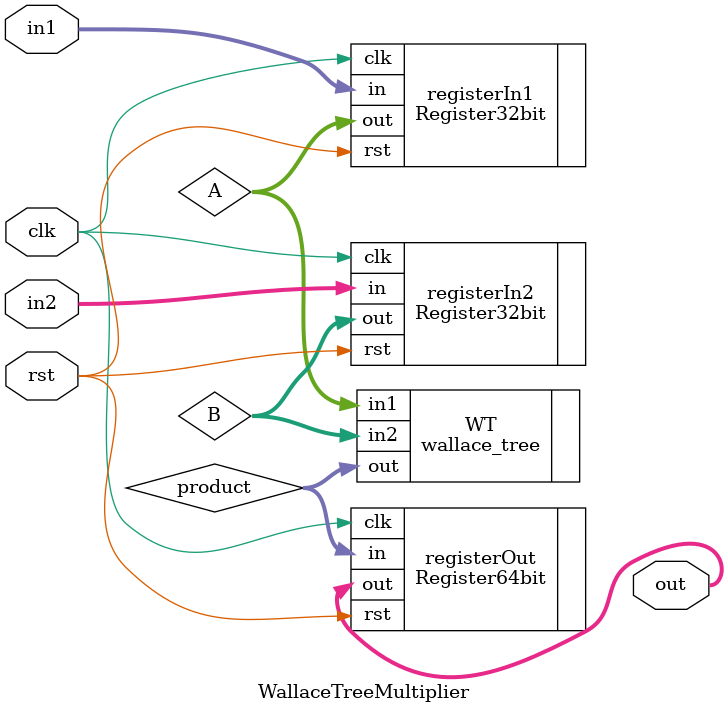
<source format=v>
module WallaceTreeMultiplier (
    input wire [31:0] in1,
    input wire [31:0] in2,
    input wire clk,
    input wire rst,
    output wire [63:0] out
);
  wire [31:0] A;
  wire [31:0] B;
  wire [63:0] product;
  reg sign;
  Register32bit registerIn1 (
      .clk(clk),
      .rst(rst),
      .in (in1),
      .out(A)
  );
  Register32bit registerIn2 (
      .clk(clk),
      .rst(rst),
      .in (in2),
      .out(B)
  );
  Register64bit registerOut (
      .clk(clk),
      .rst(rst),
      .in (product),
      .out(out)
  );
  wallace_tree WT (
      .in1(A),
      .in2(B),
      .out(product)
  );
endmodule
</source>
